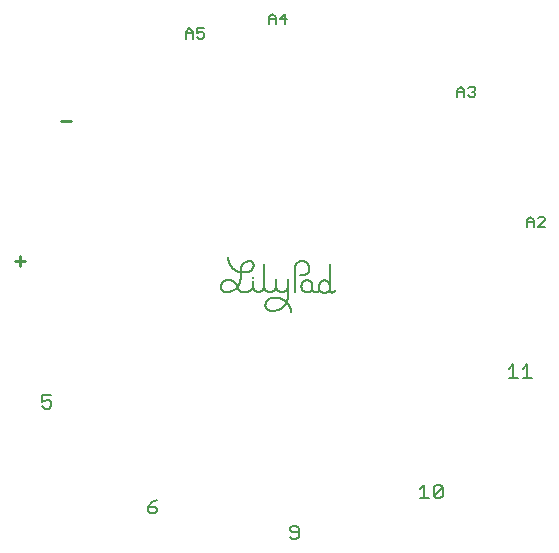
<source format=gbr>
G04 EAGLE Gerber RS-274X export*
G75*
%MOMM*%
%FSLAX34Y34*%
%LPD*%
%INSilkscreen Top*%
%IPPOS*%
%AMOC8*
5,1,8,0,0,1.08239X$1,22.5*%
G01*
%ADD10C,0.127000*%
%ADD11C,0.152400*%
%ADD12C,0.228600*%
%ADD13C,0.203200*%


D10*
X210445Y44955D02*
X210445Y50887D01*
X213411Y53853D01*
X216377Y50887D01*
X216377Y44955D01*
X216377Y49404D02*
X210445Y49404D01*
X219800Y44955D02*
X225732Y44955D01*
X219800Y44955D02*
X225732Y50887D01*
X225732Y52370D01*
X224249Y53853D01*
X221283Y53853D01*
X219800Y52370D01*
D11*
X199041Y-71322D02*
X195312Y-75051D01*
X199041Y-71322D02*
X199041Y-82508D01*
X202769Y-82508D02*
X195312Y-82508D01*
X207006Y-75051D02*
X210734Y-71322D01*
X210734Y-82508D01*
X207006Y-82508D02*
X214463Y-82508D01*
X123751Y-173022D02*
X120022Y-176751D01*
X123751Y-173022D02*
X123751Y-184208D01*
X127479Y-184208D02*
X120022Y-184208D01*
X131716Y-182344D02*
X131716Y-174887D01*
X133580Y-173022D01*
X137309Y-173022D01*
X139173Y-174887D01*
X139173Y-182344D01*
X137309Y-184208D01*
X133580Y-184208D01*
X131716Y-182344D01*
X139173Y-174887D01*
X11596Y-219078D02*
X9732Y-217214D01*
X11596Y-219078D02*
X15325Y-219078D01*
X17189Y-217214D01*
X17189Y-209757D01*
X15325Y-207892D01*
X11596Y-207892D01*
X9732Y-209757D01*
X9732Y-211621D01*
X11596Y-213485D01*
X17189Y-213485D01*
X-102861Y-186302D02*
X-106590Y-188167D01*
X-110318Y-191895D01*
X-110318Y-195624D01*
X-108454Y-197488D01*
X-104725Y-197488D01*
X-102861Y-195624D01*
X-102861Y-193760D01*
X-104725Y-191895D01*
X-110318Y-191895D01*
D12*
X-214584Y16266D02*
X-223227Y16266D01*
X-218905Y20587D02*
X-218905Y11944D01*
X-184277Y134626D02*
X-175634Y134626D01*
D11*
X-192211Y-97552D02*
X-199668Y-97552D01*
X-199668Y-103145D01*
X-195940Y-101281D01*
X-194075Y-101281D01*
X-192211Y-103145D01*
X-192211Y-106874D01*
X-194075Y-108738D01*
X-197804Y-108738D01*
X-199668Y-106874D01*
D10*
X151585Y154955D02*
X151585Y160887D01*
X154551Y163853D01*
X157517Y160887D01*
X157517Y154955D01*
X157517Y159404D02*
X151585Y159404D01*
X160940Y162370D02*
X162423Y163853D01*
X165389Y163853D01*
X166872Y162370D01*
X166872Y160887D01*
X165389Y159404D01*
X163906Y159404D01*
X165389Y159404D02*
X166872Y157921D01*
X166872Y156438D01*
X165389Y154955D01*
X162423Y154955D01*
X160940Y156438D01*
X-8255Y216535D02*
X-8255Y222467D01*
X-5289Y225433D01*
X-2323Y222467D01*
X-2323Y216535D01*
X-2323Y220984D02*
X-8255Y220984D01*
X5549Y216535D02*
X5549Y225433D01*
X1100Y220984D01*
X7032Y220984D01*
X-78285Y210417D02*
X-78285Y204485D01*
X-78285Y210417D02*
X-75319Y213383D01*
X-72353Y210417D01*
X-72353Y204485D01*
X-72353Y208934D02*
X-78285Y208934D01*
X-68930Y213383D02*
X-62998Y213383D01*
X-68930Y213383D02*
X-68930Y208934D01*
X-65964Y210417D01*
X-64481Y210417D01*
X-62998Y208934D01*
X-62998Y205968D01*
X-64481Y204485D01*
X-67447Y204485D01*
X-68930Y205968D01*
D13*
X14100Y11050D02*
X14100Y-9950D01*
X14100Y11050D02*
X14115Y11196D01*
X14134Y11342D01*
X14157Y11487D01*
X14184Y11632D01*
X14215Y11776D01*
X14249Y11919D01*
X14288Y12061D01*
X14330Y12201D01*
X14375Y12341D01*
X14425Y12480D01*
X14478Y12617D01*
X14535Y12752D01*
X14595Y12886D01*
X14659Y13019D01*
X14727Y13149D01*
X14798Y13278D01*
X14872Y13405D01*
X14950Y13530D01*
X15031Y13653D01*
X15115Y13773D01*
X15202Y13891D01*
X15293Y14007D01*
X15386Y14121D01*
X15483Y14232D01*
X15582Y14340D01*
X15685Y14445D01*
X15790Y14548D01*
X15898Y14648D01*
X16008Y14745D01*
X16121Y14840D01*
X16236Y14931D01*
X16354Y15019D01*
X16474Y15103D01*
X16597Y15185D01*
X16721Y15263D01*
X16848Y15338D01*
X16976Y15410D01*
X17106Y15478D01*
X17238Y15543D01*
X17372Y15604D01*
X17508Y15661D01*
X17644Y15715D01*
X17783Y15765D01*
X17922Y15812D01*
X18063Y15855D01*
X18204Y15894D01*
X18347Y15929D01*
X18491Y15960D01*
X18635Y15988D01*
X18780Y16012D01*
X18926Y16032D01*
X19072Y16048D01*
X19219Y16060D01*
X19366Y16068D01*
X19513Y16072D01*
X19660Y16073D01*
X19807Y16069D01*
X19953Y16062D01*
X20100Y16050D01*
X20246Y16062D01*
X20393Y16069D01*
X20540Y16073D01*
X20687Y16072D01*
X20834Y16068D01*
X20981Y16060D01*
X21128Y16048D01*
X21274Y16032D01*
X21419Y16012D01*
X21565Y15988D01*
X21709Y15960D01*
X21853Y15929D01*
X21995Y15894D01*
X22137Y15855D01*
X22278Y15812D01*
X22417Y15765D01*
X22555Y15715D01*
X22692Y15661D01*
X22827Y15604D01*
X22961Y15542D01*
X23093Y15478D01*
X23224Y15410D01*
X23352Y15338D01*
X23478Y15263D01*
X23603Y15185D01*
X23725Y15103D01*
X23845Y15018D01*
X23963Y14930D01*
X24079Y14839D01*
X24192Y14745D01*
X24302Y14648D01*
X24410Y14548D01*
X24515Y14445D01*
X24617Y14340D01*
X24717Y14231D01*
X24813Y14120D01*
X24907Y14007D01*
X24997Y13891D01*
X25085Y13773D01*
X25169Y13652D01*
X25250Y13530D01*
X25327Y13405D01*
X25402Y13278D01*
X25473Y13149D01*
X25540Y13019D01*
X25604Y12886D01*
X25665Y12752D01*
X25721Y12617D01*
X25775Y12479D01*
X25824Y12341D01*
X25870Y12201D01*
X25912Y12060D01*
X25951Y11919D01*
X25985Y11776D01*
X26016Y11632D01*
X26043Y11487D01*
X26066Y11342D01*
X26085Y11196D01*
X26100Y11050D01*
X26100Y9050D01*
X26091Y8914D01*
X26078Y8779D01*
X26061Y8644D01*
X26041Y8510D01*
X26016Y8377D01*
X25988Y8244D01*
X25956Y8112D01*
X25920Y7981D01*
X25881Y7851D01*
X25837Y7722D01*
X25790Y7594D01*
X25740Y7468D01*
X25686Y7344D01*
X25628Y7221D01*
X25567Y7099D01*
X25502Y6980D01*
X25434Y6862D01*
X25363Y6747D01*
X25289Y6633D01*
X25211Y6522D01*
X25130Y6412D01*
X25046Y6306D01*
X24959Y6201D01*
X24869Y6100D01*
X24776Y6000D01*
X24680Y5904D01*
X24582Y5810D01*
X24481Y5719D01*
X24378Y5631D01*
X24272Y5546D01*
X24163Y5464D01*
X24053Y5386D01*
X23940Y5310D01*
X23825Y5238D01*
X23708Y5169D01*
X23589Y5103D01*
X23468Y5041D01*
X23345Y4982D01*
X23221Y4927D01*
X23096Y4875D01*
X22969Y4827D01*
X22840Y4783D01*
X22711Y4742D01*
X22580Y4705D01*
X22448Y4672D01*
X22316Y4642D01*
X22182Y4617D01*
X22048Y4595D01*
X21914Y4577D01*
X21778Y4562D01*
X21643Y4552D01*
X21507Y4546D01*
X21371Y4543D01*
X21236Y4544D01*
X21100Y4550D01*
X18100Y4550D01*
X28600Y-5950D02*
X28615Y-6067D01*
X28626Y-6185D01*
X28633Y-6303D01*
X28636Y-6421D01*
X28635Y-6539D01*
X28630Y-6657D01*
X28621Y-6775D01*
X28608Y-6893D01*
X28591Y-7009D01*
X28571Y-7126D01*
X28546Y-7241D01*
X28518Y-7356D01*
X28486Y-7470D01*
X28450Y-7582D01*
X28410Y-7694D01*
X28367Y-7804D01*
X28320Y-7912D01*
X28269Y-8019D01*
X28215Y-8124D01*
X28157Y-8227D01*
X28096Y-8328D01*
X28032Y-8427D01*
X27964Y-8524D01*
X27893Y-8619D01*
X27819Y-8711D01*
X27742Y-8800D01*
X27662Y-8887D01*
X27579Y-8971D01*
X27493Y-9053D01*
X27405Y-9131D01*
X27314Y-9207D01*
X27221Y-9279D01*
X27125Y-9349D01*
X27027Y-9415D01*
X26927Y-9477D01*
X26825Y-9537D01*
X26721Y-9593D01*
X26615Y-9645D01*
X26507Y-9694D01*
X26398Y-9739D01*
X26287Y-9781D01*
X26175Y-9819D01*
X26062Y-9853D01*
X25948Y-9883D01*
X25833Y-9909D01*
X25717Y-9932D01*
X25600Y-9950D01*
X23600Y-9950D01*
X23467Y-9934D01*
X23334Y-9913D01*
X23202Y-9888D01*
X23071Y-9860D01*
X22941Y-9827D01*
X22812Y-9791D01*
X22684Y-9751D01*
X22557Y-9707D01*
X22431Y-9659D01*
X22307Y-9608D01*
X22185Y-9553D01*
X22064Y-9495D01*
X21945Y-9432D01*
X21828Y-9367D01*
X21713Y-9298D01*
X21600Y-9225D01*
X21489Y-9150D01*
X21381Y-9071D01*
X21275Y-8989D01*
X21171Y-8903D01*
X21070Y-8815D01*
X20972Y-8724D01*
X20876Y-8630D01*
X20783Y-8533D01*
X20693Y-8433D01*
X20607Y-8331D01*
X20523Y-8226D01*
X20442Y-8119D01*
X20365Y-8009D01*
X20290Y-7897D01*
X20219Y-7783D01*
X20152Y-7667D01*
X20088Y-7549D01*
X20028Y-7430D01*
X19971Y-7308D01*
X19918Y-7185D01*
X19868Y-7060D01*
X19822Y-6934D01*
X19780Y-6807D01*
X19742Y-6678D01*
X19707Y-6548D01*
X19677Y-6418D01*
X19650Y-6286D01*
X19627Y-6154D01*
X19608Y-6021D01*
X19593Y-5888D01*
X19582Y-5754D01*
X19575Y-5620D01*
X19572Y-5486D01*
X19573Y-5352D01*
X19578Y-5217D01*
X19587Y-5084D01*
X19600Y-4950D01*
X19587Y-4816D01*
X19578Y-4683D01*
X19573Y-4548D01*
X19572Y-4414D01*
X19575Y-4280D01*
X19582Y-4146D01*
X19593Y-4012D01*
X19608Y-3879D01*
X19627Y-3746D01*
X19650Y-3614D01*
X19677Y-3482D01*
X19707Y-3352D01*
X19742Y-3222D01*
X19780Y-3093D01*
X19822Y-2966D01*
X19868Y-2840D01*
X19918Y-2715D01*
X19971Y-2592D01*
X20028Y-2470D01*
X20088Y-2351D01*
X20152Y-2233D01*
X20219Y-2117D01*
X20290Y-2003D01*
X20365Y-1891D01*
X20442Y-1781D01*
X20523Y-1674D01*
X20607Y-1569D01*
X20693Y-1467D01*
X20783Y-1367D01*
X20876Y-1270D01*
X20972Y-1176D01*
X21070Y-1085D01*
X21171Y-997D01*
X21275Y-911D01*
X21381Y-829D01*
X21489Y-750D01*
X21600Y-675D01*
X21713Y-602D01*
X21828Y-533D01*
X21945Y-468D01*
X22064Y-405D01*
X22185Y-347D01*
X22307Y-292D01*
X22431Y-241D01*
X22557Y-193D01*
X22684Y-149D01*
X22812Y-109D01*
X22941Y-73D01*
X23071Y-40D01*
X23202Y-12D01*
X23334Y13D01*
X23467Y34D01*
X23600Y50D01*
X24600Y50D01*
X24726Y48D01*
X24851Y42D01*
X24976Y32D01*
X25101Y18D01*
X25226Y1D01*
X25350Y-21D01*
X25473Y-46D01*
X25595Y-76D01*
X25716Y-109D01*
X25836Y-146D01*
X25955Y-186D01*
X26072Y-231D01*
X26189Y-279D01*
X26303Y-331D01*
X26416Y-386D01*
X26527Y-445D01*
X26636Y-507D01*
X26743Y-573D01*
X26848Y-642D01*
X26951Y-714D01*
X27052Y-789D01*
X27150Y-868D01*
X27245Y-950D01*
X27338Y-1034D01*
X27428Y-1122D01*
X27516Y-1212D01*
X27600Y-1305D01*
X27682Y-1400D01*
X27761Y-1498D01*
X27836Y-1599D01*
X27908Y-1702D01*
X27977Y-1807D01*
X28043Y-1914D01*
X28105Y-2023D01*
X28164Y-2134D01*
X28219Y-2247D01*
X28271Y-2361D01*
X28319Y-2478D01*
X28364Y-2595D01*
X28404Y-2714D01*
X28441Y-2834D01*
X28474Y-2955D01*
X28504Y-3077D01*
X28529Y-3200D01*
X28551Y-3324D01*
X28568Y-3449D01*
X28582Y-3574D01*
X28592Y-3699D01*
X28598Y-3824D01*
X28600Y-3950D01*
X28600Y-5950D01*
X28577Y-6061D01*
X28557Y-6174D01*
X28541Y-6286D01*
X28529Y-6400D01*
X28520Y-6513D01*
X28516Y-6627D01*
X28515Y-6741D01*
X28519Y-6855D01*
X28526Y-6968D01*
X28537Y-7082D01*
X28552Y-7195D01*
X28571Y-7307D01*
X28593Y-7418D01*
X28620Y-7529D01*
X28650Y-7639D01*
X28684Y-7748D01*
X28721Y-7855D01*
X28763Y-7961D01*
X28808Y-8066D01*
X28856Y-8169D01*
X28908Y-8270D01*
X28963Y-8370D01*
X29022Y-8468D01*
X29084Y-8563D01*
X29149Y-8656D01*
X29218Y-8747D01*
X29289Y-8836D01*
X29363Y-8922D01*
X29441Y-9006D01*
X29521Y-9087D01*
X29604Y-9165D01*
X29689Y-9240D01*
X29777Y-9313D01*
X29868Y-9382D01*
X29960Y-9448D01*
X30055Y-9511D01*
X30152Y-9570D01*
X30251Y-9627D01*
X30352Y-9680D01*
X30455Y-9729D01*
X30559Y-9775D01*
X30665Y-9817D01*
X30772Y-9856D01*
X30880Y-9891D01*
X30990Y-9922D01*
X31100Y-9950D01*
X31203Y-9976D01*
X31308Y-9998D01*
X31413Y-10016D01*
X31518Y-10031D01*
X31624Y-10041D01*
X31731Y-10048D01*
X31837Y-10050D01*
X31944Y-10048D01*
X32050Y-10043D01*
X32156Y-10033D01*
X32262Y-10020D01*
X32367Y-10003D01*
X32472Y-9981D01*
X32575Y-9956D01*
X32678Y-9927D01*
X32779Y-9894D01*
X32879Y-9858D01*
X32978Y-9817D01*
X33075Y-9773D01*
X33170Y-9726D01*
X33264Y-9674D01*
X33356Y-9620D01*
X33445Y-9562D01*
X33532Y-9501D01*
X33617Y-9436D01*
X33699Y-9368D01*
X33779Y-9298D01*
X33856Y-9224D01*
X33931Y-9148D01*
X34002Y-9069D01*
X34070Y-8987D01*
X34136Y-8903D01*
X34198Y-8816D01*
X34256Y-8727D01*
X34312Y-8636D01*
X34364Y-8543D01*
X34412Y-8448D01*
X34457Y-8351D01*
X34498Y-8253D01*
X34536Y-8153D01*
X34570Y-8052D01*
X34600Y-7950D01*
X34600Y-7450D01*
X34600Y-4950D01*
X34594Y-4814D01*
X34593Y-4678D01*
X34596Y-4543D01*
X34602Y-4407D01*
X34612Y-4271D01*
X34627Y-4136D01*
X34645Y-4002D01*
X34666Y-3868D01*
X34692Y-3734D01*
X34722Y-3602D01*
X34755Y-3470D01*
X34792Y-3339D01*
X34833Y-3209D01*
X34877Y-3081D01*
X34925Y-2954D01*
X34977Y-2828D01*
X35032Y-2704D01*
X35091Y-2582D01*
X35153Y-2461D01*
X35219Y-2342D01*
X35288Y-2225D01*
X35360Y-2110D01*
X35435Y-1997D01*
X35514Y-1886D01*
X35596Y-1778D01*
X35681Y-1672D01*
X35769Y-1569D01*
X35860Y-1468D01*
X35954Y-1369D01*
X36050Y-1274D01*
X36149Y-1181D01*
X36251Y-1091D01*
X36355Y-1004D01*
X36462Y-920D01*
X36571Y-839D01*
X36683Y-761D01*
X36796Y-687D01*
X36912Y-615D01*
X37030Y-547D01*
X37149Y-483D01*
X37271Y-422D01*
X37394Y-364D01*
X37518Y-310D01*
X37644Y-259D01*
X37772Y-212D01*
X37901Y-169D01*
X38031Y-130D01*
X38162Y-94D01*
X38294Y-62D01*
X38426Y-34D01*
X38560Y-9D01*
X38694Y12D01*
X38829Y28D01*
X38964Y41D01*
X39100Y50D01*
X39240Y34D01*
X39380Y14D01*
X39518Y-10D01*
X39657Y-37D01*
X39794Y-69D01*
X39930Y-104D01*
X40066Y-144D01*
X40200Y-187D01*
X40333Y-233D01*
X40465Y-284D01*
X40595Y-338D01*
X40723Y-396D01*
X40850Y-457D01*
X40975Y-522D01*
X41099Y-590D01*
X41220Y-662D01*
X41339Y-737D01*
X41456Y-816D01*
X41571Y-897D01*
X41684Y-982D01*
X41794Y-1070D01*
X41901Y-1161D01*
X42006Y-1256D01*
X42108Y-1353D01*
X42208Y-1452D01*
X42305Y-1555D01*
X42398Y-1660D01*
X42489Y-1768D01*
X42577Y-1878D01*
X42661Y-1991D01*
X42743Y-2106D01*
X42821Y-2223D01*
X42896Y-2343D01*
X42967Y-2464D01*
X43035Y-2588D01*
X43100Y-2713D01*
X43161Y-2840D01*
X43218Y-2969D01*
X43272Y-3099D01*
X43322Y-3231D01*
X43368Y-3364D01*
X43411Y-3499D01*
X43450Y-3634D01*
X43485Y-3771D01*
X43516Y-3908D01*
X43543Y-4046D01*
X43566Y-4185D01*
X43586Y-4325D01*
X43602Y-4465D01*
X43613Y-4605D01*
X43621Y-4746D01*
X43625Y-4887D01*
X43624Y-5028D01*
X43620Y-5169D01*
X43612Y-5310D01*
X43600Y-5450D01*
X43629Y-5573D01*
X43654Y-5697D01*
X43675Y-5821D01*
X43692Y-5946D01*
X43706Y-6072D01*
X43715Y-6198D01*
X43721Y-6324D01*
X43723Y-6450D01*
X43721Y-6576D01*
X43715Y-6702D01*
X43706Y-6828D01*
X43692Y-6954D01*
X43675Y-7079D01*
X43654Y-7203D01*
X43629Y-7327D01*
X43600Y-7450D01*
X43567Y-7573D01*
X43531Y-7695D01*
X43490Y-7816D01*
X43446Y-7935D01*
X43399Y-8053D01*
X43347Y-8170D01*
X43292Y-8285D01*
X43234Y-8398D01*
X43172Y-8509D01*
X43107Y-8618D01*
X43038Y-8726D01*
X42966Y-8831D01*
X42891Y-8933D01*
X42813Y-9034D01*
X42732Y-9132D01*
X42647Y-9227D01*
X42560Y-9320D01*
X42470Y-9410D01*
X42377Y-9497D01*
X42282Y-9582D01*
X42184Y-9663D01*
X42083Y-9741D01*
X41981Y-9816D01*
X41876Y-9888D01*
X41768Y-9957D01*
X41659Y-10022D01*
X41548Y-10084D01*
X41435Y-10142D01*
X41320Y-10197D01*
X41203Y-10249D01*
X41085Y-10296D01*
X40966Y-10340D01*
X40845Y-10381D01*
X40723Y-10417D01*
X40600Y-10450D01*
X40471Y-10491D01*
X40341Y-10528D01*
X40209Y-10561D01*
X40077Y-10591D01*
X39944Y-10617D01*
X39811Y-10639D01*
X39676Y-10658D01*
X39542Y-10672D01*
X39407Y-10683D01*
X39271Y-10690D01*
X39136Y-10693D01*
X39001Y-10692D01*
X38865Y-10687D01*
X38730Y-10679D01*
X38595Y-10666D01*
X38461Y-10650D01*
X38327Y-10630D01*
X38193Y-10606D01*
X38061Y-10578D01*
X37929Y-10546D01*
X37798Y-10511D01*
X37669Y-10472D01*
X37540Y-10429D01*
X37413Y-10383D01*
X37287Y-10333D01*
X37162Y-10279D01*
X37040Y-10222D01*
X36919Y-10162D01*
X36799Y-10098D01*
X36682Y-10030D01*
X36566Y-9959D01*
X36453Y-9885D01*
X36341Y-9808D01*
X36232Y-9728D01*
X36126Y-9644D01*
X36021Y-9558D01*
X35920Y-9469D01*
X35820Y-9376D01*
X35724Y-9281D01*
X35630Y-9184D01*
X35539Y-9083D01*
X35451Y-8980D01*
X35366Y-8875D01*
X35284Y-8767D01*
X35205Y-8657D01*
X35130Y-8544D01*
X35057Y-8430D01*
X34988Y-8314D01*
X34922Y-8195D01*
X34860Y-8075D01*
X34801Y-7953D01*
X34745Y-7829D01*
X34693Y-7704D01*
X34645Y-7578D01*
X34600Y-7450D01*
X43600Y-7450D02*
X43600Y-8450D01*
X43602Y-8537D01*
X43608Y-8624D01*
X43617Y-8711D01*
X43630Y-8797D01*
X43647Y-8883D01*
X43668Y-8968D01*
X43693Y-9051D01*
X43721Y-9134D01*
X43752Y-9215D01*
X43787Y-9295D01*
X43826Y-9373D01*
X43868Y-9450D01*
X43913Y-9525D01*
X43962Y-9597D01*
X44013Y-9668D01*
X44068Y-9736D01*
X44125Y-9801D01*
X44186Y-9864D01*
X44249Y-9925D01*
X44314Y-9982D01*
X44382Y-10037D01*
X44453Y-10088D01*
X44525Y-10137D01*
X44600Y-10182D01*
X44677Y-10224D01*
X44755Y-10263D01*
X44835Y-10298D01*
X44916Y-10329D01*
X44999Y-10357D01*
X45082Y-10382D01*
X45167Y-10403D01*
X45253Y-10420D01*
X45339Y-10433D01*
X45426Y-10442D01*
X45513Y-10448D01*
X45600Y-10450D01*
X45687Y-10448D01*
X45774Y-10442D01*
X45861Y-10433D01*
X45947Y-10420D01*
X46033Y-10403D01*
X46118Y-10382D01*
X46201Y-10357D01*
X46284Y-10329D01*
X46365Y-10298D01*
X46445Y-10263D01*
X46523Y-10224D01*
X46600Y-10182D01*
X46675Y-10137D01*
X46747Y-10088D01*
X46818Y-10037D01*
X46886Y-9982D01*
X46951Y-9925D01*
X47014Y-9864D01*
X47075Y-9801D01*
X47132Y-9736D01*
X47187Y-9668D01*
X47238Y-9597D01*
X47287Y-9525D01*
X47332Y-9450D01*
X47374Y-9373D01*
X47413Y-9295D01*
X47448Y-9215D01*
X47479Y-9134D01*
X47507Y-9051D01*
X47532Y-8968D01*
X47553Y-8883D01*
X47570Y-8797D01*
X47583Y-8711D01*
X47592Y-8624D01*
X47598Y-8537D01*
X47600Y-8450D01*
X43600Y-6450D02*
X43600Y13550D01*
X-21400Y2550D02*
X-21400Y2050D01*
X-29400Y6550D02*
X-29714Y6554D01*
X-30028Y6565D01*
X-30342Y6584D01*
X-30655Y6611D01*
X-30967Y6645D01*
X-31278Y6686D01*
X-31589Y6736D01*
X-31898Y6792D01*
X-32205Y6856D01*
X-32511Y6928D01*
X-32815Y7007D01*
X-33117Y7093D01*
X-33417Y7186D01*
X-33715Y7287D01*
X-34010Y7395D01*
X-34302Y7510D01*
X-34592Y7632D01*
X-34878Y7761D01*
X-35161Y7896D01*
X-35441Y8039D01*
X-35718Y8188D01*
X-35990Y8344D01*
X-36259Y8507D01*
X-36524Y8676D01*
X-36785Y8851D01*
X-37041Y9033D01*
X-37293Y9220D01*
X-37540Y9414D01*
X-37783Y9614D01*
X-38021Y9819D01*
X-38253Y10031D01*
X-38481Y10247D01*
X-38703Y10469D01*
X-38919Y10697D01*
X-39131Y10929D01*
X-39336Y11167D01*
X-39536Y11410D01*
X-39730Y11657D01*
X-39917Y11909D01*
X-40099Y12165D01*
X-40274Y12426D01*
X-40443Y12691D01*
X-40606Y12960D01*
X-40762Y13232D01*
X-40911Y13509D01*
X-41054Y13789D01*
X-41189Y14072D01*
X-41318Y14358D01*
X-41440Y14648D01*
X-41555Y14940D01*
X-41663Y15235D01*
X-41764Y15533D01*
X-41857Y15833D01*
X-41943Y16135D01*
X-42022Y16439D01*
X-42094Y16745D01*
X-42158Y17052D01*
X-42214Y17361D01*
X-42264Y17672D01*
X-42305Y17983D01*
X-42339Y18295D01*
X-42366Y18608D01*
X-42385Y18922D01*
X-42396Y19236D01*
X-42400Y19550D01*
X-29400Y6550D02*
X-27900Y6550D01*
X-27737Y6546D01*
X-27574Y6545D01*
X-27410Y6549D01*
X-27247Y6557D01*
X-27085Y6569D01*
X-26922Y6584D01*
X-26760Y6604D01*
X-26598Y6627D01*
X-26438Y6655D01*
X-26277Y6686D01*
X-26118Y6721D01*
X-25959Y6760D01*
X-25802Y6803D01*
X-25645Y6849D01*
X-25490Y6900D01*
X-25336Y6954D01*
X-25183Y7011D01*
X-25032Y7073D01*
X-24882Y7138D01*
X-24734Y7207D01*
X-24588Y7279D01*
X-24443Y7355D01*
X-24301Y7434D01*
X-24160Y7517D01*
X-24021Y7603D01*
X-23884Y7692D01*
X-23750Y7785D01*
X-23618Y7880D01*
X-23488Y7979D01*
X-23361Y8081D01*
X-23236Y8187D01*
X-23114Y8295D01*
X-22994Y8406D01*
X-22877Y8520D01*
X-22763Y8637D01*
X-22652Y8756D01*
X-22543Y8878D01*
X-22438Y9003D01*
X-22336Y9130D01*
X-22237Y9260D01*
X-22141Y9392D01*
X-22048Y9526D01*
X-21958Y9662D01*
X-21872Y9801D01*
X-21789Y9942D01*
X-21710Y10084D01*
X-21634Y10229D01*
X-21561Y10375D01*
X-21492Y10523D01*
X-21427Y10673D01*
X-21365Y10824D01*
X-21307Y10976D01*
X-21253Y11130D01*
X-21202Y11285D01*
X-21156Y11442D01*
X-21113Y11599D01*
X-21073Y11758D01*
X-21038Y11917D01*
X-21007Y12077D01*
X-20979Y12238D01*
X-20955Y12400D01*
X-20935Y12562D01*
X-20920Y12724D01*
X-20908Y12887D01*
X-20900Y13050D01*
X-20902Y13157D01*
X-20908Y13264D01*
X-20917Y13371D01*
X-20931Y13477D01*
X-20948Y13583D01*
X-20969Y13688D01*
X-20993Y13792D01*
X-21022Y13895D01*
X-21054Y13997D01*
X-21089Y14098D01*
X-21128Y14198D01*
X-21171Y14296D01*
X-21217Y14393D01*
X-21267Y14488D01*
X-21320Y14581D01*
X-21376Y14672D01*
X-21436Y14761D01*
X-21498Y14848D01*
X-21564Y14932D01*
X-21633Y15015D01*
X-21704Y15094D01*
X-21779Y15171D01*
X-21856Y15246D01*
X-21935Y15317D01*
X-22018Y15386D01*
X-22102Y15452D01*
X-22189Y15514D01*
X-22278Y15574D01*
X-22369Y15630D01*
X-22462Y15683D01*
X-22557Y15733D01*
X-22654Y15779D01*
X-22752Y15822D01*
X-22852Y15861D01*
X-22953Y15896D01*
X-23055Y15928D01*
X-23158Y15957D01*
X-23262Y15981D01*
X-23367Y16002D01*
X-23473Y16019D01*
X-23579Y16033D01*
X-23686Y16042D01*
X-23793Y16048D01*
X-23900Y16050D01*
X-34400Y-5950D02*
X-34445Y-5763D01*
X-34494Y-5578D01*
X-34547Y-5393D01*
X-34605Y-5210D01*
X-34668Y-5029D01*
X-34734Y-4849D01*
X-34805Y-4670D01*
X-34881Y-4494D01*
X-34960Y-4319D01*
X-35044Y-4146D01*
X-35132Y-3976D01*
X-35224Y-3807D01*
X-35320Y-3641D01*
X-35420Y-3477D01*
X-35524Y-3316D01*
X-35632Y-3157D01*
X-35744Y-3001D01*
X-35859Y-2847D01*
X-35978Y-2697D01*
X-36101Y-2549D01*
X-36227Y-2404D01*
X-36357Y-2263D01*
X-36490Y-2124D01*
X-36626Y-1989D01*
X-36766Y-1857D01*
X-36909Y-1729D01*
X-37055Y-1604D01*
X-37203Y-1483D01*
X-37355Y-1365D01*
X-37510Y-1251D01*
X-37667Y-1141D01*
X-37827Y-1034D01*
X-37989Y-932D01*
X-38154Y-833D01*
X-38321Y-739D01*
X-38490Y-648D01*
X-38662Y-562D01*
X-38835Y-480D01*
X-39010Y-402D01*
X-39188Y-328D01*
X-39367Y-258D01*
X-39547Y-193D01*
X-39730Y-133D01*
X-39913Y-76D01*
X-40098Y-25D01*
X-40284Y23D01*
X-40471Y66D01*
X-40659Y104D01*
X-40848Y138D01*
X-41038Y167D01*
X-41229Y191D01*
X-41419Y211D01*
X-41611Y227D01*
X-41803Y237D01*
X-41994Y243D01*
X-42186Y245D01*
X-42378Y242D01*
X-42570Y234D01*
X-42762Y221D01*
X-42953Y204D01*
X-43144Y183D01*
X-43334Y156D01*
X-43524Y125D01*
X-43712Y90D01*
X-43900Y50D01*
X-24900Y16050D02*
X-23900Y16050D01*
X-24900Y16050D02*
X-25069Y16048D01*
X-25238Y16042D01*
X-25407Y16032D01*
X-25576Y16017D01*
X-25744Y15999D01*
X-25911Y15977D01*
X-26078Y15950D01*
X-26245Y15920D01*
X-26410Y15885D01*
X-26575Y15847D01*
X-26739Y15804D01*
X-26902Y15758D01*
X-27063Y15707D01*
X-27223Y15653D01*
X-27382Y15595D01*
X-27540Y15533D01*
X-27696Y15468D01*
X-27850Y15398D01*
X-28002Y15325D01*
X-28153Y15248D01*
X-28302Y15168D01*
X-28449Y15084D01*
X-28593Y14996D01*
X-28736Y14905D01*
X-28876Y14811D01*
X-29014Y14713D01*
X-29150Y14612D01*
X-29283Y14508D01*
X-29414Y14400D01*
X-29542Y14290D01*
X-29667Y14176D01*
X-29790Y14059D01*
X-29909Y13940D01*
X-30026Y13817D01*
X-30140Y13692D01*
X-30250Y13564D01*
X-30358Y13433D01*
X-30462Y13300D01*
X-30563Y13164D01*
X-30661Y13026D01*
X-30755Y12886D01*
X-30846Y12743D01*
X-30934Y12599D01*
X-31018Y12452D01*
X-31098Y12303D01*
X-31175Y12152D01*
X-31248Y12000D01*
X-31318Y11846D01*
X-31383Y11690D01*
X-31445Y11532D01*
X-31503Y11373D01*
X-31557Y11213D01*
X-31608Y11052D01*
X-31654Y10889D01*
X-31697Y10725D01*
X-31735Y10560D01*
X-31770Y10395D01*
X-31800Y10228D01*
X-31827Y10061D01*
X-31849Y9894D01*
X-31867Y9726D01*
X-31882Y9557D01*
X-31892Y9388D01*
X-31898Y9219D01*
X-31900Y9050D01*
X-43900Y50D02*
X-44042Y27D01*
X-44183Y1D01*
X-44324Y-28D01*
X-44463Y-62D01*
X-44602Y-100D01*
X-44739Y-141D01*
X-44876Y-186D01*
X-45011Y-234D01*
X-45145Y-286D01*
X-45277Y-342D01*
X-45408Y-402D01*
X-45537Y-465D01*
X-45664Y-531D01*
X-45790Y-601D01*
X-45913Y-674D01*
X-46035Y-750D01*
X-46154Y-830D01*
X-46272Y-913D01*
X-46387Y-999D01*
X-46499Y-1088D01*
X-46609Y-1181D01*
X-46717Y-1276D01*
X-46822Y-1374D01*
X-46924Y-1475D01*
X-47024Y-1578D01*
X-47120Y-1684D01*
X-47214Y-1793D01*
X-47305Y-1904D01*
X-47392Y-2018D01*
X-47477Y-2134D01*
X-47558Y-2253D01*
X-47637Y-2373D01*
X-47712Y-2496D01*
X-47783Y-2620D01*
X-47851Y-2746D01*
X-47916Y-2875D01*
X-47977Y-3005D01*
X-48035Y-3136D01*
X-48089Y-3269D01*
X-48139Y-3404D01*
X-48186Y-3539D01*
X-48229Y-3676D01*
X-48269Y-3814D01*
X-48304Y-3954D01*
X-48336Y-4094D01*
X-48364Y-4234D01*
X-48389Y-4376D01*
X-48409Y-4518D01*
X-48426Y-4661D01*
X-48438Y-4804D01*
X-48447Y-4947D01*
X-48452Y-5091D01*
X-48453Y-5234D01*
X-48450Y-5378D01*
X-48443Y-5521D01*
X-48433Y-5665D01*
X-48418Y-5808D01*
X-48400Y-5950D01*
X-31900Y2050D02*
X-31900Y9050D01*
X-31900Y2050D02*
X-31904Y1760D01*
X-31914Y1470D01*
X-31932Y1181D01*
X-31956Y892D01*
X-31987Y604D01*
X-32026Y316D01*
X-32071Y30D01*
X-32124Y-256D01*
X-32183Y-539D01*
X-32249Y-822D01*
X-32321Y-1102D01*
X-32401Y-1381D01*
X-32487Y-1658D01*
X-32580Y-1933D01*
X-32680Y-2205D01*
X-32786Y-2475D01*
X-32898Y-2742D01*
X-33018Y-3007D01*
X-33143Y-3268D01*
X-33275Y-3527D01*
X-33412Y-3782D01*
X-33556Y-4034D01*
X-33706Y-4282D01*
X-33862Y-4526D01*
X-34024Y-4767D01*
X-34192Y-5003D01*
X-34365Y-5236D01*
X-34544Y-5464D01*
X-34728Y-5688D01*
X-34918Y-5907D01*
X-35113Y-6122D01*
X-35313Y-6332D01*
X-35518Y-6537D01*
X-35728Y-6737D01*
X-35943Y-6932D01*
X-36162Y-7122D01*
X-36386Y-7306D01*
X-36614Y-7485D01*
X-36847Y-7658D01*
X-37083Y-7826D01*
X-37324Y-7988D01*
X-37568Y-8144D01*
X-37816Y-8294D01*
X-38068Y-8438D01*
X-38323Y-8575D01*
X-38582Y-8707D01*
X-38843Y-8832D01*
X-39108Y-8952D01*
X-39375Y-9064D01*
X-39645Y-9170D01*
X-39917Y-9270D01*
X-40192Y-9363D01*
X-40469Y-9449D01*
X-40748Y-9529D01*
X-41028Y-9601D01*
X-41311Y-9667D01*
X-41594Y-9726D01*
X-41880Y-9779D01*
X-42166Y-9824D01*
X-42454Y-9863D01*
X-42742Y-9894D01*
X-43031Y-9918D01*
X-43320Y-9936D01*
X-43610Y-9946D01*
X-43900Y-9950D01*
X-44028Y-9955D01*
X-44157Y-9957D01*
X-44286Y-9955D01*
X-44414Y-9949D01*
X-44542Y-9939D01*
X-44670Y-9925D01*
X-44798Y-9907D01*
X-44924Y-9886D01*
X-45050Y-9861D01*
X-45176Y-9832D01*
X-45300Y-9799D01*
X-45423Y-9762D01*
X-45545Y-9722D01*
X-45666Y-9678D01*
X-45786Y-9630D01*
X-45904Y-9579D01*
X-46020Y-9524D01*
X-46135Y-9466D01*
X-46247Y-9404D01*
X-46358Y-9339D01*
X-46467Y-9271D01*
X-46574Y-9199D01*
X-46679Y-9125D01*
X-46781Y-9047D01*
X-46881Y-8966D01*
X-46978Y-8882D01*
X-47073Y-8795D01*
X-47165Y-8705D01*
X-47255Y-8613D01*
X-47341Y-8518D01*
X-47425Y-8420D01*
X-47505Y-8320D01*
X-47583Y-8217D01*
X-47657Y-8112D01*
X-47729Y-8005D01*
X-47797Y-7896D01*
X-47861Y-7785D01*
X-47923Y-7672D01*
X-47981Y-7557D01*
X-48035Y-7441D01*
X-48086Y-7323D01*
X-48133Y-7203D01*
X-48176Y-7082D01*
X-48216Y-6960D01*
X-48253Y-6836D01*
X-48285Y-6712D01*
X-48314Y-6587D01*
X-48339Y-6460D01*
X-48360Y-6334D01*
X-48377Y-6206D01*
X-48390Y-6078D01*
X-48400Y-5950D01*
X-31900Y-9450D02*
X-31724Y-9526D01*
X-31546Y-9598D01*
X-31366Y-9666D01*
X-31185Y-9730D01*
X-31002Y-9789D01*
X-30818Y-9843D01*
X-30633Y-9894D01*
X-30447Y-9939D01*
X-30259Y-9980D01*
X-30071Y-10017D01*
X-29881Y-10049D01*
X-29691Y-10076D01*
X-29501Y-10099D01*
X-29309Y-10118D01*
X-29118Y-10131D01*
X-28926Y-10140D01*
X-28734Y-10145D01*
X-28542Y-10144D01*
X-28350Y-10139D01*
X-28158Y-10130D01*
X-27967Y-10116D01*
X-27776Y-10097D01*
X-27585Y-10073D01*
X-27395Y-10045D01*
X-27206Y-10013D01*
X-27018Y-9976D01*
X-26830Y-9934D01*
X-26644Y-9888D01*
X-26459Y-9837D01*
X-26275Y-9782D01*
X-26093Y-9722D01*
X-25912Y-9658D01*
X-25732Y-9590D01*
X-25554Y-9517D01*
X-25378Y-9440D01*
X-25205Y-9359D01*
X-25033Y-9274D01*
X-24863Y-9184D01*
X-24695Y-9091D01*
X-24530Y-8993D01*
X-24367Y-8892D01*
X-24206Y-8786D01*
X-24048Y-8677D01*
X-23893Y-8564D01*
X-23741Y-8447D01*
X-23591Y-8326D01*
X-23445Y-8202D01*
X-23301Y-8075D01*
X-23161Y-7944D01*
X-23024Y-7810D01*
X-22890Y-7672D01*
X-22759Y-7531D01*
X-22632Y-7387D01*
X-22509Y-7240D01*
X-22389Y-7091D01*
X-22272Y-6938D01*
X-22160Y-6782D01*
X-22051Y-6624D01*
X-21946Y-6463D01*
X-21845Y-6300D01*
X-21748Y-6134D01*
X-21655Y-5967D01*
X-21566Y-5796D01*
X-21481Y-5624D01*
X-21400Y-5450D01*
X-21400Y-3950D02*
X-21400Y-950D01*
X-21400Y-3950D02*
X-21400Y-5450D01*
X-11900Y-2950D02*
X-11900Y13550D01*
X-21400Y-3950D02*
X-21418Y-4092D01*
X-21433Y-4235D01*
X-21443Y-4379D01*
X-21450Y-4522D01*
X-21453Y-4666D01*
X-21452Y-4809D01*
X-21447Y-4953D01*
X-21438Y-5096D01*
X-21426Y-5239D01*
X-21409Y-5382D01*
X-21389Y-5524D01*
X-21364Y-5666D01*
X-21336Y-5806D01*
X-21304Y-5946D01*
X-21269Y-6086D01*
X-21229Y-6224D01*
X-21186Y-6361D01*
X-21139Y-6496D01*
X-21089Y-6631D01*
X-21035Y-6764D01*
X-20977Y-6895D01*
X-20916Y-7025D01*
X-20851Y-7154D01*
X-20783Y-7280D01*
X-20712Y-7404D01*
X-20637Y-7527D01*
X-20558Y-7647D01*
X-20477Y-7766D01*
X-20392Y-7882D01*
X-20305Y-7996D01*
X-20214Y-8107D01*
X-20120Y-8216D01*
X-20024Y-8322D01*
X-19924Y-8425D01*
X-19822Y-8526D01*
X-19717Y-8624D01*
X-19609Y-8719D01*
X-19499Y-8812D01*
X-19387Y-8901D01*
X-19272Y-8987D01*
X-19154Y-9070D01*
X-19035Y-9150D01*
X-18913Y-9226D01*
X-18790Y-9299D01*
X-18664Y-9369D01*
X-18537Y-9435D01*
X-18408Y-9498D01*
X-18277Y-9558D01*
X-18145Y-9614D01*
X-18011Y-9666D01*
X-17876Y-9714D01*
X-17739Y-9759D01*
X-17602Y-9800D01*
X-17463Y-9838D01*
X-17324Y-9872D01*
X-17183Y-9901D01*
X-17042Y-9927D01*
X-16900Y-9950D01*
X-16752Y-9930D01*
X-16604Y-9905D01*
X-16457Y-9877D01*
X-16310Y-9845D01*
X-16165Y-9809D01*
X-16020Y-9769D01*
X-15877Y-9725D01*
X-15735Y-9678D01*
X-15594Y-9627D01*
X-15454Y-9572D01*
X-15316Y-9514D01*
X-15180Y-9452D01*
X-15045Y-9387D01*
X-14912Y-9318D01*
X-14780Y-9245D01*
X-14651Y-9169D01*
X-14524Y-9090D01*
X-14399Y-9007D01*
X-14276Y-8922D01*
X-14156Y-8833D01*
X-14037Y-8740D01*
X-13922Y-8645D01*
X-13808Y-8547D01*
X-13698Y-8446D01*
X-13590Y-8342D01*
X-13485Y-8235D01*
X-13383Y-8125D01*
X-13283Y-8013D01*
X-13187Y-7898D01*
X-13094Y-7781D01*
X-13003Y-7661D01*
X-12916Y-7539D01*
X-12833Y-7415D01*
X-12752Y-7289D01*
X-12675Y-7160D01*
X-12601Y-7030D01*
X-12531Y-6897D01*
X-12464Y-6763D01*
X-12401Y-6627D01*
X-12341Y-6490D01*
X-12285Y-6351D01*
X-12233Y-6210D01*
X-12184Y-6069D01*
X-12139Y-5926D01*
X-12098Y-5782D01*
X-12060Y-5637D01*
X-12027Y-5490D01*
X-11997Y-5344D01*
X-11971Y-5196D01*
X-11949Y-5048D01*
X-11931Y-4899D01*
X-11917Y-4750D01*
X-11907Y-4600D01*
X-11900Y-4450D01*
X-11886Y-4236D01*
X-11876Y-4022D01*
X-11872Y-3807D01*
X-11872Y-3593D01*
X-11876Y-3378D01*
X-11886Y-3164D01*
X-11900Y-2950D01*
X-11900Y-4450D02*
X-11900Y-4950D01*
X-11898Y-5090D01*
X-11892Y-5230D01*
X-11882Y-5370D01*
X-11869Y-5510D01*
X-11851Y-5649D01*
X-11829Y-5788D01*
X-11804Y-5925D01*
X-11775Y-6063D01*
X-11742Y-6199D01*
X-11705Y-6334D01*
X-11664Y-6468D01*
X-11619Y-6601D01*
X-11571Y-6733D01*
X-11519Y-6863D01*
X-11464Y-6992D01*
X-11405Y-7119D01*
X-11342Y-7245D01*
X-11276Y-7369D01*
X-11207Y-7490D01*
X-11134Y-7610D01*
X-11057Y-7728D01*
X-10978Y-7843D01*
X-10895Y-7957D01*
X-10809Y-8067D01*
X-10720Y-8176D01*
X-10628Y-8282D01*
X-10533Y-8385D01*
X-10436Y-8486D01*
X-10335Y-8583D01*
X-10232Y-8678D01*
X-10126Y-8770D01*
X-10017Y-8859D01*
X-9907Y-8945D01*
X-9793Y-9028D01*
X-9678Y-9107D01*
X-9560Y-9184D01*
X-9440Y-9257D01*
X-9319Y-9326D01*
X-9195Y-9392D01*
X-9069Y-9455D01*
X-8942Y-9514D01*
X-8813Y-9569D01*
X-8683Y-9621D01*
X-8551Y-9669D01*
X-8418Y-9714D01*
X-8284Y-9755D01*
X-8149Y-9792D01*
X-8013Y-9825D01*
X-7875Y-9854D01*
X-7738Y-9879D01*
X-7599Y-9901D01*
X-7460Y-9919D01*
X-7320Y-9932D01*
X-7180Y-9942D01*
X-7040Y-9948D01*
X-6900Y-9950D01*
X-6760Y-9948D01*
X-6620Y-9942D01*
X-6480Y-9932D01*
X-6340Y-9919D01*
X-6201Y-9901D01*
X-6062Y-9879D01*
X-5925Y-9854D01*
X-5787Y-9825D01*
X-5651Y-9792D01*
X-5516Y-9755D01*
X-5382Y-9714D01*
X-5249Y-9669D01*
X-5117Y-9621D01*
X-4987Y-9569D01*
X-4858Y-9514D01*
X-4731Y-9455D01*
X-4605Y-9392D01*
X-4481Y-9326D01*
X-4360Y-9257D01*
X-4240Y-9184D01*
X-4122Y-9107D01*
X-4007Y-9028D01*
X-3893Y-8945D01*
X-3783Y-8859D01*
X-3674Y-8770D01*
X-3568Y-8678D01*
X-3465Y-8583D01*
X-3364Y-8486D01*
X-3267Y-8385D01*
X-3172Y-8282D01*
X-3080Y-8176D01*
X-2991Y-8067D01*
X-2905Y-7957D01*
X-2822Y-7843D01*
X-2743Y-7728D01*
X-2666Y-7610D01*
X-2593Y-7490D01*
X-2524Y-7369D01*
X-2458Y-7245D01*
X-2395Y-7119D01*
X-2336Y-6992D01*
X-2281Y-6863D01*
X-2229Y-6733D01*
X-2181Y-6601D01*
X-2136Y-6468D01*
X-2095Y-6334D01*
X-2058Y-6199D01*
X-2025Y-6063D01*
X-1996Y-5925D01*
X-1971Y-5788D01*
X-1949Y-5649D01*
X-1931Y-5510D01*
X-1918Y-5370D01*
X-1908Y-5230D01*
X-1902Y-5090D01*
X-1900Y-4950D01*
X-1900Y1050D01*
X-1900Y-4950D02*
X-1898Y-5090D01*
X-1892Y-5230D01*
X-1882Y-5370D01*
X-1869Y-5510D01*
X-1851Y-5649D01*
X-1829Y-5788D01*
X-1804Y-5925D01*
X-1775Y-6063D01*
X-1742Y-6199D01*
X-1705Y-6334D01*
X-1664Y-6468D01*
X-1619Y-6601D01*
X-1571Y-6733D01*
X-1519Y-6863D01*
X-1464Y-6992D01*
X-1405Y-7119D01*
X-1342Y-7245D01*
X-1276Y-7369D01*
X-1207Y-7490D01*
X-1134Y-7610D01*
X-1057Y-7728D01*
X-978Y-7843D01*
X-895Y-7957D01*
X-809Y-8067D01*
X-720Y-8176D01*
X-628Y-8282D01*
X-533Y-8385D01*
X-436Y-8486D01*
X-335Y-8583D01*
X-232Y-8678D01*
X-126Y-8770D01*
X-17Y-8859D01*
X93Y-8945D01*
X207Y-9028D01*
X322Y-9107D01*
X440Y-9184D01*
X560Y-9257D01*
X681Y-9326D01*
X805Y-9392D01*
X931Y-9455D01*
X1058Y-9514D01*
X1187Y-9569D01*
X1317Y-9621D01*
X1449Y-9669D01*
X1582Y-9714D01*
X1716Y-9755D01*
X1851Y-9792D01*
X1987Y-9825D01*
X2125Y-9854D01*
X2262Y-9879D01*
X2401Y-9901D01*
X2540Y-9919D01*
X2680Y-9932D01*
X2820Y-9942D01*
X2960Y-9948D01*
X3100Y-9950D01*
X-2900Y-14950D02*
X-2581Y-14930D01*
X-2261Y-14917D01*
X-1941Y-14912D01*
X-1621Y-14915D01*
X-1301Y-14926D01*
X-982Y-14944D01*
X-663Y-14971D01*
X-345Y-15005D01*
X-27Y-15047D01*
X289Y-15097D01*
X603Y-15155D01*
X917Y-15220D01*
X1228Y-15293D01*
X1538Y-15373D01*
X1846Y-15462D01*
X2151Y-15557D01*
X2454Y-15660D01*
X2754Y-15771D01*
X3052Y-15889D01*
X3346Y-16014D01*
X3637Y-16146D01*
X3925Y-16286D01*
X4210Y-16432D01*
X4491Y-16586D01*
X4768Y-16746D01*
X5041Y-16913D01*
X5309Y-17087D01*
X5574Y-17267D01*
X5834Y-17453D01*
X6089Y-17646D01*
X6340Y-17846D01*
X6585Y-18051D01*
X6825Y-18262D01*
X7061Y-18479D01*
X7290Y-18702D01*
X7514Y-18930D01*
X7733Y-19164D01*
X7946Y-19403D01*
X8152Y-19647D01*
X8353Y-19896D01*
X8548Y-20150D01*
X8736Y-20409D01*
X8918Y-20672D01*
X9093Y-20940D01*
X9262Y-21212D01*
X9424Y-21488D01*
X9579Y-21768D01*
X9727Y-22051D01*
X9869Y-22339D01*
X10003Y-22629D01*
X10130Y-22923D01*
X10250Y-23220D01*
X10362Y-23519D01*
X10467Y-23821D01*
X10565Y-24126D01*
X10655Y-24433D01*
X10737Y-24742D01*
X10812Y-25053D01*
X10879Y-25366D01*
X10939Y-25681D01*
X10991Y-25996D01*
X11035Y-26313D01*
X11071Y-26631D01*
X11100Y-26950D01*
X3100Y-9950D02*
X3240Y-9948D01*
X3380Y-9942D01*
X3520Y-9932D01*
X3660Y-9919D01*
X3799Y-9901D01*
X3938Y-9879D01*
X4075Y-9854D01*
X4213Y-9825D01*
X4349Y-9792D01*
X4484Y-9755D01*
X4618Y-9714D01*
X4751Y-9669D01*
X4883Y-9621D01*
X5013Y-9569D01*
X5142Y-9514D01*
X5269Y-9455D01*
X5395Y-9392D01*
X5519Y-9326D01*
X5640Y-9257D01*
X5760Y-9184D01*
X5878Y-9107D01*
X5993Y-9028D01*
X6107Y-8945D01*
X6217Y-8859D01*
X6326Y-8770D01*
X6432Y-8678D01*
X6535Y-8583D01*
X6636Y-8486D01*
X6733Y-8385D01*
X6828Y-8282D01*
X6920Y-8176D01*
X7009Y-8067D01*
X7095Y-7957D01*
X7178Y-7843D01*
X7257Y-7728D01*
X7334Y-7610D01*
X7407Y-7490D01*
X7476Y-7369D01*
X7542Y-7245D01*
X7605Y-7119D01*
X7664Y-6992D01*
X7719Y-6863D01*
X7771Y-6733D01*
X7819Y-6601D01*
X7864Y-6468D01*
X7905Y-6334D01*
X7942Y-6199D01*
X7975Y-6063D01*
X8004Y-5925D01*
X8029Y-5788D01*
X8051Y-5649D01*
X8069Y-5510D01*
X8082Y-5370D01*
X8092Y-5230D01*
X8098Y-5090D01*
X8100Y-4950D01*
X8100Y1050D01*
X8100Y-4950D02*
X8100Y-12950D01*
X-2900Y-14950D02*
X-4900Y-14950D01*
X-5052Y-14952D01*
X-5204Y-14958D01*
X-5356Y-14967D01*
X-5507Y-14981D01*
X-5658Y-14998D01*
X-5809Y-15019D01*
X-5959Y-15044D01*
X-6108Y-15073D01*
X-6256Y-15105D01*
X-6404Y-15142D01*
X-6551Y-15181D01*
X-6696Y-15225D01*
X-6841Y-15273D01*
X-6984Y-15323D01*
X-7126Y-15378D01*
X-7266Y-15436D01*
X-7405Y-15498D01*
X-7542Y-15563D01*
X-7678Y-15632D01*
X-7812Y-15704D01*
X-7944Y-15779D01*
X-8074Y-15858D01*
X-8202Y-15940D01*
X-8328Y-16025D01*
X-8451Y-16114D01*
X-8573Y-16205D01*
X-8692Y-16300D01*
X-8808Y-16397D01*
X-8922Y-16498D01*
X-9034Y-16601D01*
X-9143Y-16707D01*
X-9249Y-16816D01*
X-9352Y-16928D01*
X-9453Y-17042D01*
X-9550Y-17158D01*
X-9645Y-17277D01*
X-9736Y-17399D01*
X-9825Y-17522D01*
X-9910Y-17648D01*
X-9992Y-17776D01*
X-10071Y-17906D01*
X-10146Y-18038D01*
X-10218Y-18172D01*
X-10287Y-18308D01*
X-10352Y-18445D01*
X-10414Y-18584D01*
X-10472Y-18724D01*
X-10527Y-18866D01*
X-10577Y-19009D01*
X-10625Y-19154D01*
X-10669Y-19299D01*
X-10708Y-19446D01*
X-10745Y-19594D01*
X-10777Y-19742D01*
X-10806Y-19891D01*
X-10831Y-20041D01*
X-10852Y-20192D01*
X-10869Y-20343D01*
X-10883Y-20494D01*
X-10892Y-20646D01*
X-10898Y-20798D01*
X-10900Y-20950D01*
X-4900Y-25950D02*
X-4586Y-25946D01*
X-4272Y-25935D01*
X-3958Y-25916D01*
X-3645Y-25889D01*
X-3333Y-25855D01*
X-3022Y-25814D01*
X-2711Y-25764D01*
X-2402Y-25708D01*
X-2095Y-25644D01*
X-1789Y-25572D01*
X-1485Y-25493D01*
X-1183Y-25407D01*
X-883Y-25314D01*
X-585Y-25213D01*
X-290Y-25105D01*
X2Y-24990D01*
X292Y-24868D01*
X578Y-24739D01*
X861Y-24604D01*
X1141Y-24461D01*
X1418Y-24312D01*
X1690Y-24156D01*
X1959Y-23993D01*
X2224Y-23824D01*
X2485Y-23649D01*
X2741Y-23467D01*
X2993Y-23280D01*
X3240Y-23086D01*
X3483Y-22886D01*
X3721Y-22681D01*
X3953Y-22469D01*
X4181Y-22253D01*
X4403Y-22031D01*
X4619Y-21803D01*
X4831Y-21571D01*
X5036Y-21333D01*
X5236Y-21090D01*
X5430Y-20843D01*
X5617Y-20591D01*
X5799Y-20335D01*
X5974Y-20074D01*
X6143Y-19809D01*
X6306Y-19540D01*
X6462Y-19268D01*
X6611Y-18991D01*
X6754Y-18711D01*
X6889Y-18428D01*
X7018Y-18142D01*
X7140Y-17852D01*
X7255Y-17560D01*
X7363Y-17265D01*
X7464Y-16967D01*
X7557Y-16667D01*
X7643Y-16365D01*
X7722Y-16061D01*
X7794Y-15755D01*
X7858Y-15448D01*
X7914Y-15139D01*
X7964Y-14828D01*
X8005Y-14517D01*
X8039Y-14205D01*
X8066Y-13892D01*
X8085Y-13578D01*
X8096Y-13264D01*
X8100Y-12950D01*
X-4900Y-25950D02*
X-5900Y-25950D01*
X-6040Y-25948D01*
X-6180Y-25942D01*
X-6320Y-25932D01*
X-6460Y-25919D01*
X-6599Y-25901D01*
X-6738Y-25879D01*
X-6875Y-25854D01*
X-7013Y-25825D01*
X-7149Y-25792D01*
X-7284Y-25755D01*
X-7418Y-25714D01*
X-7551Y-25669D01*
X-7683Y-25621D01*
X-7813Y-25569D01*
X-7942Y-25514D01*
X-8069Y-25455D01*
X-8195Y-25392D01*
X-8319Y-25326D01*
X-8440Y-25257D01*
X-8560Y-25184D01*
X-8678Y-25107D01*
X-8793Y-25028D01*
X-8907Y-24945D01*
X-9017Y-24859D01*
X-9126Y-24770D01*
X-9232Y-24678D01*
X-9335Y-24583D01*
X-9436Y-24486D01*
X-9533Y-24385D01*
X-9628Y-24282D01*
X-9720Y-24176D01*
X-9809Y-24067D01*
X-9895Y-23957D01*
X-9978Y-23843D01*
X-10057Y-23728D01*
X-10134Y-23610D01*
X-10207Y-23490D01*
X-10276Y-23369D01*
X-10342Y-23245D01*
X-10405Y-23119D01*
X-10464Y-22992D01*
X-10519Y-22863D01*
X-10571Y-22733D01*
X-10619Y-22601D01*
X-10664Y-22468D01*
X-10705Y-22334D01*
X-10742Y-22199D01*
X-10775Y-22063D01*
X-10804Y-21925D01*
X-10829Y-21788D01*
X-10851Y-21649D01*
X-10869Y-21510D01*
X-10882Y-21370D01*
X-10892Y-21230D01*
X-10898Y-21090D01*
X-10900Y-20950D01*
X-28400Y-9950D02*
X-28538Y-9976D01*
X-28677Y-9997D01*
X-28816Y-10015D01*
X-28956Y-10030D01*
X-29096Y-10040D01*
X-29237Y-10046D01*
X-29377Y-10049D01*
X-29518Y-10048D01*
X-29658Y-10042D01*
X-29798Y-10033D01*
X-29938Y-10021D01*
X-30078Y-10004D01*
X-30217Y-9983D01*
X-30355Y-9959D01*
X-30493Y-9931D01*
X-30630Y-9899D01*
X-30765Y-9863D01*
X-30900Y-9823D01*
X-31034Y-9780D01*
X-31166Y-9733D01*
X-31298Y-9683D01*
X-31427Y-9629D01*
X-31555Y-9571D01*
X-31682Y-9510D01*
X-31807Y-9445D01*
X-31930Y-9377D01*
X-32051Y-9306D01*
X-32170Y-9231D01*
X-32287Y-9153D01*
X-32401Y-9072D01*
X-32514Y-8988D01*
X-32624Y-8901D01*
X-32731Y-8810D01*
X-32837Y-8717D01*
X-32939Y-8621D01*
X-33039Y-8522D01*
X-33136Y-8420D01*
X-33230Y-8316D01*
X-33321Y-8209D01*
X-33410Y-8100D01*
X-33495Y-7988D01*
X-33577Y-7874D01*
X-33656Y-7758D01*
X-33732Y-7640D01*
X-33804Y-7519D01*
X-33873Y-7397D01*
X-33939Y-7273D01*
X-34001Y-7147D01*
X-34060Y-7019D01*
X-34116Y-6890D01*
X-34167Y-6759D01*
X-34215Y-6627D01*
X-34260Y-6494D01*
X-34300Y-6359D01*
X-34337Y-6224D01*
X-34371Y-6087D01*
X-34400Y-5950D01*
M02*

</source>
